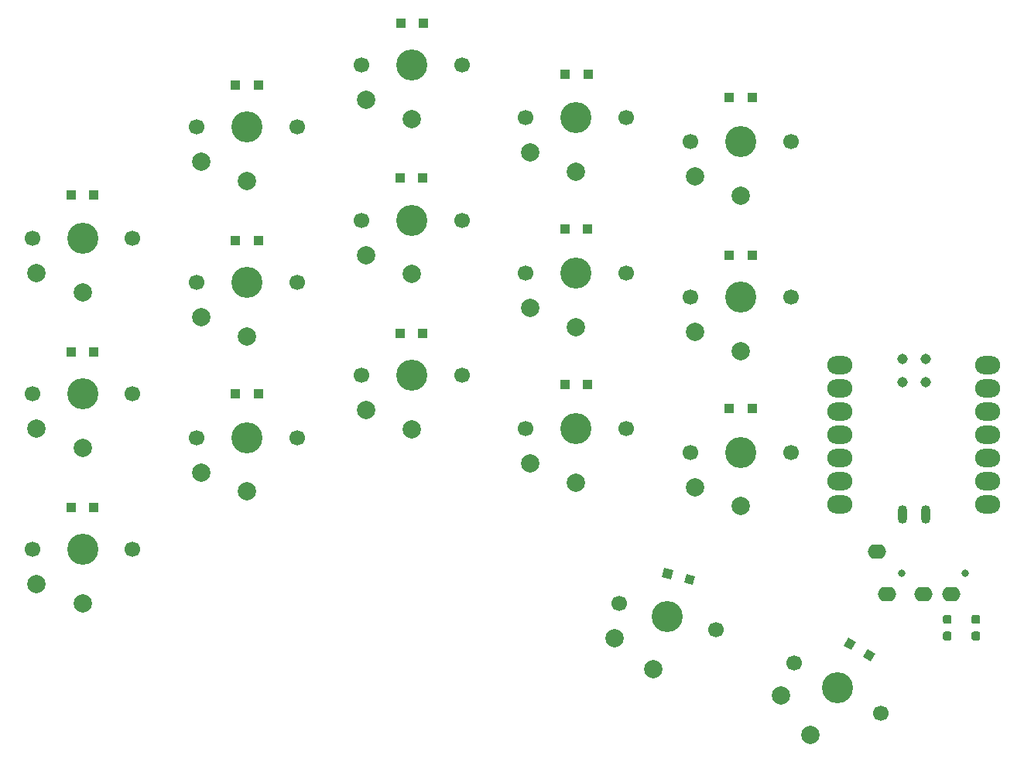
<source format=gbr>
%TF.GenerationSoftware,KiCad,Pcbnew,5.1.9*%
%TF.CreationDate,2021-04-16T22:18:37+02:00*%
%TF.ProjectId,handbrush,68616e64-6272-4757-9368-2e6b69636164,rev?*%
%TF.SameCoordinates,Original*%
%TF.FileFunction,Soldermask,Top*%
%TF.FilePolarity,Negative*%
%FSLAX46Y46*%
G04 Gerber Fmt 4.6, Leading zero omitted, Abs format (unit mm)*
G04 Created by KiCad (PCBNEW 5.1.9) date 2021-04-16 22:18:37*
%MOMM*%
%LPD*%
G01*
G04 APERTURE LIST*
%ADD10C,1.143000*%
%ADD11O,1.016000X2.032000*%
%ADD12O,2.748280X1.998980*%
%ADD13C,2.000000*%
%ADD14C,1.700000*%
%ADD15C,3.400000*%
%ADD16O,2.000000X1.600000*%
%ADD17C,0.800000*%
%ADD18C,0.100000*%
%ADD19R,1.000000X1.000000*%
G04 APERTURE END LIST*
D10*
%TO.C,U1*%
X187638803Y-83335813D03*
X185098803Y-83335813D03*
X187638803Y-80795813D03*
X185098803Y-80795813D03*
D11*
X187650000Y-97800000D03*
X185100000Y-97800000D03*
D12*
X178233120Y-81482180D03*
X178233120Y-84022180D03*
X178233120Y-86562180D03*
X178233120Y-89102180D03*
X178233120Y-91642180D03*
X178233120Y-94182180D03*
X178233120Y-96722180D03*
X194397680Y-96722180D03*
X194397680Y-94182180D03*
X194397680Y-91642180D03*
X194397680Y-89102180D03*
X194397680Y-86562180D03*
X194397680Y-84022180D03*
X194397680Y-81482180D03*
%TD*%
%TO.C,R2*%
G36*
G01*
X192882500Y-110625000D02*
X193357500Y-110625000D01*
G75*
G02*
X193595000Y-110862500I0J-237500D01*
G01*
X193595000Y-111362500D01*
G75*
G02*
X193357500Y-111600000I-237500J0D01*
G01*
X192882500Y-111600000D01*
G75*
G02*
X192645000Y-111362500I0J237500D01*
G01*
X192645000Y-110862500D01*
G75*
G02*
X192882500Y-110625000I237500J0D01*
G01*
G37*
G36*
G01*
X192882500Y-108800000D02*
X193357500Y-108800000D01*
G75*
G02*
X193595000Y-109037500I0J-237500D01*
G01*
X193595000Y-109537500D01*
G75*
G02*
X193357500Y-109775000I-237500J0D01*
G01*
X192882500Y-109775000D01*
G75*
G02*
X192645000Y-109537500I0J237500D01*
G01*
X192645000Y-109037500D01*
G75*
G02*
X192882500Y-108800000I237500J0D01*
G01*
G37*
%TD*%
%TO.C,R1*%
G36*
G01*
X189762500Y-110625000D02*
X190237500Y-110625000D01*
G75*
G02*
X190475000Y-110862500I0J-237500D01*
G01*
X190475000Y-111362500D01*
G75*
G02*
X190237500Y-111600000I-237500J0D01*
G01*
X189762500Y-111600000D01*
G75*
G02*
X189525000Y-111362500I0J237500D01*
G01*
X189525000Y-110862500D01*
G75*
G02*
X189762500Y-110625000I237500J0D01*
G01*
G37*
G36*
G01*
X189762500Y-108800000D02*
X190237500Y-108800000D01*
G75*
G02*
X190475000Y-109037500I0J-237500D01*
G01*
X190475000Y-109537500D01*
G75*
G02*
X190237500Y-109775000I-237500J0D01*
G01*
X189762500Y-109775000D01*
G75*
G02*
X189525000Y-109537500I0J237500D01*
G01*
X189525000Y-109037500D01*
G75*
G02*
X189762500Y-108800000I237500J0D01*
G01*
G37*
%TD*%
D13*
%TO.C,MX17*%
X175050000Y-121909550D03*
X171769873Y-117590897D03*
D14*
X173236860Y-114050000D03*
X182763140Y-119550000D03*
D15*
X178000000Y-116800000D03*
%TD*%
D13*
%TO.C,MX16*%
X167400000Y-96900000D03*
X162400000Y-94800000D03*
D14*
X161900000Y-91000000D03*
X172900000Y-91000000D03*
D15*
X167400000Y-91000000D03*
%TD*%
D13*
%TO.C,MX15*%
X167400000Y-79900000D03*
X162400000Y-77800000D03*
D14*
X161900000Y-74000000D03*
X172900000Y-74000000D03*
D15*
X167400000Y-74000000D03*
%TD*%
D13*
%TO.C,MX14*%
X167400000Y-62900000D03*
X162400000Y-60800000D03*
D14*
X161900000Y-57000000D03*
X172900000Y-57000000D03*
D15*
X167400000Y-57000000D03*
%TD*%
D13*
%TO.C,MX13*%
X157872968Y-114698962D03*
X153586858Y-111376423D03*
D14*
X154087408Y-107576495D03*
X164712592Y-110423505D03*
D15*
X159400000Y-109000000D03*
%TD*%
D13*
%TO.C,MX12*%
X149400000Y-94300000D03*
X144400000Y-92200000D03*
D14*
X143900000Y-88400000D03*
X154900000Y-88400000D03*
D15*
X149400000Y-88400000D03*
%TD*%
D13*
%TO.C,MX11*%
X149400000Y-77300000D03*
X144400000Y-75200000D03*
D14*
X143900000Y-71400000D03*
X154900000Y-71400000D03*
D15*
X149400000Y-71400000D03*
%TD*%
D13*
%TO.C,MX10*%
X149400000Y-60300000D03*
X144400000Y-58200000D03*
D14*
X143900000Y-54400000D03*
X154900000Y-54400000D03*
D15*
X149400000Y-54400000D03*
%TD*%
D13*
%TO.C,MX9*%
X131400000Y-88500000D03*
X126400000Y-86400000D03*
D14*
X125900000Y-82600000D03*
X136900000Y-82600000D03*
D15*
X131400000Y-82600000D03*
%TD*%
D13*
%TO.C,MX8*%
X131400000Y-71500000D03*
X126400000Y-69400000D03*
D14*
X125900000Y-65600000D03*
X136900000Y-65600000D03*
D15*
X131400000Y-65600000D03*
%TD*%
D13*
%TO.C,MX7*%
X131400000Y-54500000D03*
X126400000Y-52400000D03*
D14*
X125900000Y-48600000D03*
X136900000Y-48600000D03*
D15*
X131400000Y-48600000D03*
%TD*%
D13*
%TO.C,MX6*%
X113400000Y-95300000D03*
X108400000Y-93200000D03*
D14*
X107900000Y-89400000D03*
X118900000Y-89400000D03*
D15*
X113400000Y-89400000D03*
%TD*%
D13*
%TO.C,MX5*%
X113400000Y-78300000D03*
X108400000Y-76200000D03*
D14*
X107900000Y-72400000D03*
X118900000Y-72400000D03*
D15*
X113400000Y-72400000D03*
%TD*%
D13*
%TO.C,MX4*%
X113400000Y-61300000D03*
X108400000Y-59200000D03*
D14*
X107900000Y-55400000D03*
X118900000Y-55400000D03*
D15*
X113400000Y-55400000D03*
%TD*%
D13*
%TO.C,MX3*%
X95400000Y-107500000D03*
X90400000Y-105400000D03*
D14*
X89900000Y-101600000D03*
X100900000Y-101600000D03*
D15*
X95400000Y-101600000D03*
%TD*%
D13*
%TO.C,MX2*%
X95400000Y-90500000D03*
X90400000Y-88400000D03*
D14*
X89900000Y-84600000D03*
X100900000Y-84600000D03*
D15*
X95400000Y-84600000D03*
%TD*%
D13*
%TO.C,MX1*%
X95400000Y-73500000D03*
X90400000Y-71400000D03*
D14*
X89900000Y-67600000D03*
X100900000Y-67600000D03*
D15*
X95400000Y-67600000D03*
%TD*%
D16*
%TO.C,J1*%
X187400000Y-106500000D03*
D17*
X192000000Y-104200000D03*
X185000000Y-104200000D03*
D16*
X190400000Y-106500000D03*
X183400000Y-106500000D03*
X182300000Y-101900000D03*
%TD*%
D18*
%TO.C,D17*%
G36*
X180000481Y-111791987D02*
G01*
X179500481Y-112658013D01*
X178634455Y-112158013D01*
X179134455Y-111291987D01*
X180000481Y-111791987D01*
G37*
G36*
X182165545Y-113041987D02*
G01*
X181665545Y-113908013D01*
X180799519Y-113408013D01*
X181299519Y-112541987D01*
X182165545Y-113041987D01*
G37*
%TD*%
D19*
%TO.C,D16*%
X166150000Y-86200000D03*
X168650000Y-86200000D03*
%TD*%
%TO.C,D15*%
X166150000Y-69400000D03*
X168650000Y-69400000D03*
%TD*%
%TO.C,D14*%
X166150000Y-52200000D03*
X168650000Y-52200000D03*
%TD*%
D18*
%TO.C,D13*%
G36*
X160004965Y-103922923D02*
G01*
X159746146Y-104888848D01*
X158780221Y-104630029D01*
X159039040Y-103664104D01*
X160004965Y-103922923D01*
G37*
G36*
X162419779Y-104569971D02*
G01*
X162160960Y-105535896D01*
X161195035Y-105277077D01*
X161453854Y-104311152D01*
X162419779Y-104569971D01*
G37*
%TD*%
D19*
%TO.C,D12*%
X148150000Y-83600000D03*
X150650000Y-83600000D03*
%TD*%
%TO.C,D11*%
X148150000Y-66600000D03*
X150650000Y-66600000D03*
%TD*%
%TO.C,D10*%
X148200000Y-49600000D03*
X150700000Y-49600000D03*
%TD*%
%TO.C,D9*%
X130150000Y-78000000D03*
X132650000Y-78000000D03*
%TD*%
%TO.C,D8*%
X130150000Y-61000000D03*
X132650000Y-61000000D03*
%TD*%
%TO.C,D7*%
X130200000Y-44000000D03*
X132700000Y-44000000D03*
%TD*%
%TO.C,D6*%
X112150000Y-84600000D03*
X114650000Y-84600000D03*
%TD*%
%TO.C,D5*%
X112150000Y-67800000D03*
X114650000Y-67800000D03*
%TD*%
%TO.C,D4*%
X112150000Y-50800000D03*
X114650000Y-50800000D03*
%TD*%
%TO.C,D3*%
X94150000Y-97000000D03*
X96650000Y-97000000D03*
%TD*%
%TO.C,D2*%
X94150000Y-80000000D03*
X96650000Y-80000000D03*
%TD*%
%TO.C,D1*%
X94150000Y-62800000D03*
X96650000Y-62800000D03*
%TD*%
M02*

</source>
